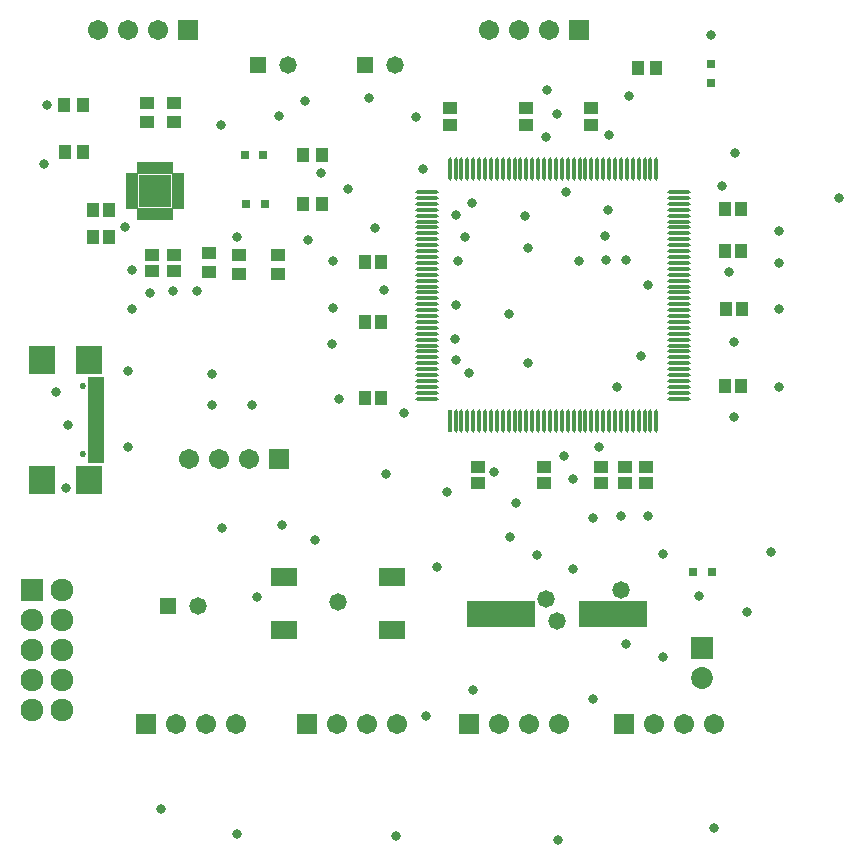
<source format=gts>
G04*
G04 #@! TF.GenerationSoftware,Altium Limited,Altium Designer,22.9.1 (49)*
G04*
G04 Layer_Color=8388736*
%FSLAX24Y24*%
%MOIN*%
G70*
G04*
G04 #@! TF.SameCoordinates,54DEFAFE-76A2-4419-BEBC-3D5CD7468304*
G04*
G04*
G04 #@! TF.FilePolarity,Negative*
G04*
G01*
G75*
%ADD17R,0.0315X0.0315*%
%ADD18R,0.0123X0.0770*%
G04:AMPARAMS|DCode=19|XSize=77mil|YSize=12.3mil|CornerRadius=6.2mil|HoleSize=0mil|Usage=FLASHONLY|Rotation=90.000|XOffset=0mil|YOffset=0mil|HoleType=Round|Shape=RoundedRectangle|*
%AMROUNDEDRECTD19*
21,1,0.0770,0.0000,0,0,90.0*
21,1,0.0647,0.0123,0,0,90.0*
1,1,0.0123,0.0000,0.0323*
1,1,0.0123,0.0000,-0.0323*
1,1,0.0123,0.0000,-0.0323*
1,1,0.0123,0.0000,0.0323*
%
%ADD19ROUNDEDRECTD19*%
G04:AMPARAMS|DCode=20|XSize=12.3mil|YSize=77mil|CornerRadius=6.2mil|HoleSize=0mil|Usage=FLASHONLY|Rotation=90.000|XOffset=0mil|YOffset=0mil|HoleType=Round|Shape=RoundedRectangle|*
%AMROUNDEDRECTD20*
21,1,0.0123,0.0647,0,0,90.0*
21,1,0.0000,0.0770,0,0,90.0*
1,1,0.0123,0.0323,0.0000*
1,1,0.0123,0.0323,0.0000*
1,1,0.0123,-0.0323,0.0000*
1,1,0.0123,-0.0323,0.0000*
%
%ADD20ROUNDEDRECTD20*%
%ADD30R,0.0315X0.0315*%
%ADD31R,0.0533X0.0198*%
%ADD32R,0.0867X0.0938*%
%ADD33R,0.0470X0.0387*%
%ADD34R,0.0415X0.0198*%
%ADD35R,0.0198X0.0415*%
%ADD36R,0.1084X0.1084*%
%ADD37R,0.0387X0.0470*%
%ADD38R,0.0907X0.0631*%
%ADD39R,0.2285X0.0907*%
%ADD40R,0.0454X0.0434*%
%ADD41R,0.0434X0.0454*%
%ADD42C,0.0759*%
%ADD43R,0.0759X0.0759*%
%ADD44C,0.0208*%
%ADD45R,0.0671X0.0671*%
%ADD46C,0.0671*%
%ADD47C,0.0730*%
%ADD48R,0.0730X0.0730*%
%ADD49C,0.0582*%
%ADD50R,0.0582X0.0582*%
%ADD51C,0.0330*%
%ADD52C,0.0580*%
D17*
X25015Y10800D02*
D03*
X24385D02*
D03*
X10065Y24700D02*
D03*
X9435D02*
D03*
X10115Y23050D02*
D03*
X9485D02*
D03*
D18*
X16272Y15815D02*
D03*
D19*
X16469D02*
D03*
X16666D02*
D03*
X16863D02*
D03*
X17060D02*
D03*
X17256D02*
D03*
X17453D02*
D03*
X17650D02*
D03*
X17847D02*
D03*
X18044D02*
D03*
X18241D02*
D03*
X18438D02*
D03*
X18634D02*
D03*
X18831D02*
D03*
X19028D02*
D03*
X19225D02*
D03*
X19422D02*
D03*
X19619D02*
D03*
X19815D02*
D03*
X20012D02*
D03*
X20209D02*
D03*
X20406D02*
D03*
X20603D02*
D03*
X20800D02*
D03*
X20997D02*
D03*
X21193D02*
D03*
X21390D02*
D03*
X21587D02*
D03*
X21784D02*
D03*
X21981D02*
D03*
X22178D02*
D03*
X22375D02*
D03*
X22571D02*
D03*
X22768D02*
D03*
X22965D02*
D03*
X23162D02*
D03*
Y24221D02*
D03*
X22965D02*
D03*
X22768D02*
D03*
X22571D02*
D03*
X22375D02*
D03*
X22178D02*
D03*
X21981D02*
D03*
X21784D02*
D03*
X21587D02*
D03*
X21390D02*
D03*
X21193D02*
D03*
X20997D02*
D03*
X20800D02*
D03*
X20603D02*
D03*
X20406D02*
D03*
X20209D02*
D03*
X20012D02*
D03*
X19815D02*
D03*
X19619D02*
D03*
X19422D02*
D03*
X19225D02*
D03*
X19028D02*
D03*
X18831D02*
D03*
X18634D02*
D03*
X18438D02*
D03*
X18241D02*
D03*
X18044D02*
D03*
X17847D02*
D03*
X17650D02*
D03*
X17453D02*
D03*
X17256D02*
D03*
X17060D02*
D03*
X16863D02*
D03*
X16666D02*
D03*
X16469D02*
D03*
X16272D02*
D03*
D20*
X23920Y16573D02*
D03*
Y16770D02*
D03*
Y16967D02*
D03*
Y17163D02*
D03*
Y17360D02*
D03*
Y17557D02*
D03*
Y17754D02*
D03*
Y17951D02*
D03*
Y18148D02*
D03*
Y18344D02*
D03*
Y18541D02*
D03*
Y18738D02*
D03*
Y18935D02*
D03*
Y19132D02*
D03*
Y19329D02*
D03*
Y19526D02*
D03*
Y19722D02*
D03*
Y19919D02*
D03*
Y20116D02*
D03*
Y20313D02*
D03*
Y20510D02*
D03*
Y20707D02*
D03*
Y20904D02*
D03*
Y21100D02*
D03*
Y21297D02*
D03*
Y21494D02*
D03*
Y21691D02*
D03*
Y21888D02*
D03*
Y22085D02*
D03*
Y22281D02*
D03*
Y22478D02*
D03*
Y22675D02*
D03*
Y22872D02*
D03*
Y23069D02*
D03*
Y23266D02*
D03*
Y23463D02*
D03*
X15514D02*
D03*
Y23266D02*
D03*
Y23069D02*
D03*
Y22872D02*
D03*
Y22675D02*
D03*
Y22478D02*
D03*
Y22281D02*
D03*
Y22085D02*
D03*
Y21888D02*
D03*
Y21691D02*
D03*
Y21494D02*
D03*
Y21297D02*
D03*
Y21100D02*
D03*
Y20904D02*
D03*
Y20707D02*
D03*
Y20510D02*
D03*
Y20313D02*
D03*
Y20116D02*
D03*
Y19919D02*
D03*
Y19722D02*
D03*
Y19526D02*
D03*
Y19329D02*
D03*
Y19132D02*
D03*
Y18935D02*
D03*
Y18738D02*
D03*
Y18541D02*
D03*
Y18344D02*
D03*
Y18148D02*
D03*
Y17951D02*
D03*
Y17754D02*
D03*
Y17557D02*
D03*
Y17360D02*
D03*
Y17163D02*
D03*
Y16967D02*
D03*
Y16770D02*
D03*
Y16573D02*
D03*
D30*
X25000Y27715D02*
D03*
Y27085D02*
D03*
D31*
X4473Y17181D02*
D03*
Y16866D02*
D03*
Y16354D02*
D03*
Y15961D02*
D03*
Y15764D02*
D03*
Y15370D02*
D03*
Y14858D02*
D03*
Y14543D02*
D03*
Y14661D02*
D03*
Y14976D02*
D03*
Y15173D02*
D03*
Y15567D02*
D03*
Y16157D02*
D03*
Y16551D02*
D03*
Y16748D02*
D03*
Y17063D02*
D03*
D32*
X2700Y17874D02*
D03*
Y13850D02*
D03*
X4247Y17874D02*
D03*
Y13850D02*
D03*
D33*
X18820Y25706D02*
D03*
Y26257D02*
D03*
X16270Y25706D02*
D03*
Y26257D02*
D03*
X17220Y14307D02*
D03*
Y13756D02*
D03*
X19420Y14307D02*
D03*
Y13756D02*
D03*
X22120Y14307D02*
D03*
Y13756D02*
D03*
X21320Y14307D02*
D03*
Y13756D02*
D03*
X22820Y14307D02*
D03*
Y13756D02*
D03*
X20970Y25706D02*
D03*
Y26257D02*
D03*
X6350Y21376D02*
D03*
Y20824D02*
D03*
X7100Y21376D02*
D03*
Y20824D02*
D03*
D34*
X5682Y23992D02*
D03*
Y23795D02*
D03*
Y23598D02*
D03*
Y23402D02*
D03*
Y23205D02*
D03*
Y23008D02*
D03*
X7218D02*
D03*
Y23205D02*
D03*
Y23402D02*
D03*
Y23598D02*
D03*
Y23795D02*
D03*
Y23992D02*
D03*
D35*
X5958Y22732D02*
D03*
X6155D02*
D03*
X6352D02*
D03*
X6548D02*
D03*
X6745D02*
D03*
X6942D02*
D03*
Y24268D02*
D03*
X6745D02*
D03*
X6548D02*
D03*
X6352D02*
D03*
X6155D02*
D03*
X5958D02*
D03*
D36*
X6450Y23500D02*
D03*
D37*
X4926Y21950D02*
D03*
X4374D02*
D03*
X25474Y19550D02*
D03*
X26026D02*
D03*
X25444Y22882D02*
D03*
X25996D02*
D03*
X13996Y21132D02*
D03*
X13444D02*
D03*
X13996Y19132D02*
D03*
X13444D02*
D03*
X25444Y21482D02*
D03*
X25996D02*
D03*
X25444Y16982D02*
D03*
X25996D02*
D03*
X13996Y16582D02*
D03*
X13444D02*
D03*
X4926Y22850D02*
D03*
X4374D02*
D03*
D38*
X14341Y8864D02*
D03*
X10759D02*
D03*
X14341Y10636D02*
D03*
X10759D02*
D03*
D39*
X17980Y9400D02*
D03*
X21720D02*
D03*
D40*
X10550Y20735D02*
D03*
Y21365D02*
D03*
X8250Y21415D02*
D03*
Y20785D02*
D03*
X9250Y21365D02*
D03*
Y20735D02*
D03*
X6200Y26415D02*
D03*
Y25785D02*
D03*
X7100Y26430D02*
D03*
Y25800D02*
D03*
D41*
X3420Y26350D02*
D03*
X4050D02*
D03*
X3435Y24800D02*
D03*
X4065D02*
D03*
X12015Y24700D02*
D03*
X11385D02*
D03*
X12015Y23050D02*
D03*
X11385D02*
D03*
X23165Y27600D02*
D03*
X22535D02*
D03*
D42*
X3350Y6200D02*
D03*
X2350D02*
D03*
X3350Y7200D02*
D03*
X2350D02*
D03*
X3350Y8200D02*
D03*
X2350D02*
D03*
X3350Y9200D02*
D03*
X2350D02*
D03*
X3350Y10200D02*
D03*
D43*
X2350D02*
D03*
D44*
X4050Y17000D02*
D03*
Y14724D02*
D03*
D45*
X7550Y28850D02*
D03*
X6150Y5733D02*
D03*
X20600Y28850D02*
D03*
X16920Y5733D02*
D03*
X11520D02*
D03*
X10600Y14550D02*
D03*
X22070Y5733D02*
D03*
D46*
X6550Y28850D02*
D03*
X5550D02*
D03*
X4550D02*
D03*
X7150Y5733D02*
D03*
X8150D02*
D03*
X9150D02*
D03*
X17600Y28850D02*
D03*
X18600D02*
D03*
X19600D02*
D03*
X19920Y5733D02*
D03*
X18920D02*
D03*
X17920D02*
D03*
X14520D02*
D03*
X13520D02*
D03*
X12520D02*
D03*
X7600Y14550D02*
D03*
X8600D02*
D03*
X9600D02*
D03*
X25070Y5733D02*
D03*
X24070D02*
D03*
X23070D02*
D03*
D47*
X24700Y7250D02*
D03*
D48*
Y8250D02*
D03*
D49*
X7900Y9650D02*
D03*
X14450Y27700D02*
D03*
X10900D02*
D03*
D50*
X6900Y9650D02*
D03*
X13450Y27700D02*
D03*
X9900D02*
D03*
D51*
X15500Y6000D02*
D03*
X7850Y20150D02*
D03*
X20400Y10900D02*
D03*
X16800Y21950D02*
D03*
X25000Y28700D02*
D03*
X15850Y10950D02*
D03*
X27000Y11450D02*
D03*
X5550Y17500D02*
D03*
Y14950D02*
D03*
X18500Y13100D02*
D03*
X20100Y14650D02*
D03*
X20150Y23450D02*
D03*
X16500Y22700D02*
D03*
X17025Y23100D02*
D03*
X18900Y21600D02*
D03*
X14100Y20200D02*
D03*
X22650Y18000D02*
D03*
X22900Y20350D02*
D03*
X21850Y16950D02*
D03*
X10700Y12350D02*
D03*
X22150Y8400D02*
D03*
X8350Y17400D02*
D03*
X5450Y22300D02*
D03*
X11550Y21850D02*
D03*
X12000Y24100D02*
D03*
X9200Y21950D02*
D03*
X19200Y11350D02*
D03*
X11450Y26500D02*
D03*
X13600Y26600D02*
D03*
X8650Y25700D02*
D03*
X6650Y2900D02*
D03*
X9200Y2050D02*
D03*
X14500Y2000D02*
D03*
X19900Y1850D02*
D03*
X25100Y2250D02*
D03*
X16500Y19700D02*
D03*
X14750Y16100D02*
D03*
X17755Y14130D02*
D03*
X16200Y13450D02*
D03*
X21250Y14950D02*
D03*
X24600Y10000D02*
D03*
X25750Y18450D02*
D03*
Y15950D02*
D03*
X25600Y20800D02*
D03*
X25800Y24750D02*
D03*
X18800Y22650D02*
D03*
X15400Y24223D02*
D03*
X16550Y21150D02*
D03*
X16924Y17426D02*
D03*
X21550Y22850D02*
D03*
X20573Y21173D02*
D03*
X21450Y22000D02*
D03*
X21500Y21200D02*
D03*
X11800Y11850D02*
D03*
X9850Y9950D02*
D03*
X2750Y24403D02*
D03*
X2850Y26358D02*
D03*
X6450Y23500D02*
D03*
X5700Y20850D02*
D03*
X3500Y13600D02*
D03*
X3550Y15700D02*
D03*
X8700Y12250D02*
D03*
X3150Y16800D02*
D03*
X27250Y19550D02*
D03*
Y16950D02*
D03*
Y21100D02*
D03*
Y22150D02*
D03*
X29250Y23250D02*
D03*
X22250Y26650D02*
D03*
X19850Y26050D02*
D03*
X19511Y26873D02*
D03*
X15150Y25950D02*
D03*
X12400Y21150D02*
D03*
Y19600D02*
D03*
X12600Y16550D02*
D03*
X22900Y12650D02*
D03*
X23400Y11400D02*
D03*
X22000Y12650D02*
D03*
X21050Y12600D02*
D03*
X20400Y13900D02*
D03*
X23400Y7950D02*
D03*
X21050Y6550D02*
D03*
X17050Y6850D02*
D03*
X16500Y17850D02*
D03*
X18900Y17750D02*
D03*
X18250Y19400D02*
D03*
X19500Y25300D02*
D03*
X21600Y25350D02*
D03*
X26200Y9450D02*
D03*
X22150Y21200D02*
D03*
X7050Y20150D02*
D03*
X6300Y20100D02*
D03*
X5700Y19550D02*
D03*
X25350Y23650D02*
D03*
X8350Y16350D02*
D03*
X9700D02*
D03*
X12900Y23550D02*
D03*
X12350Y18400D02*
D03*
X18300Y11950D02*
D03*
X14150Y14050D02*
D03*
X16450Y18550D02*
D03*
X13800Y22250D02*
D03*
X10600Y26000D02*
D03*
D52*
X19500Y9900D02*
D03*
X19850Y9150D02*
D03*
X22000Y10200D02*
D03*
X12550Y9800D02*
D03*
M02*

</source>
